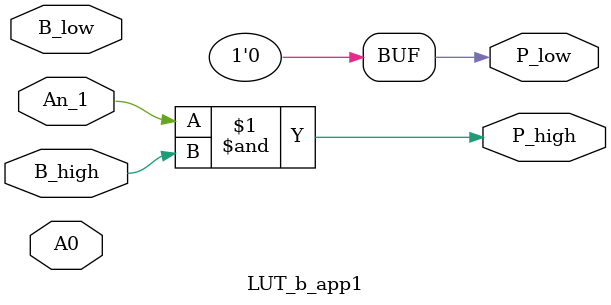
<source format=v>
`timescale 1ns/1ns
module LUT_b_app1(
    input           A0          ,
    input           B_low       ,
    input           An_1        ,
    input           B_high      ,
    output          P_high      ,
    output          P_low       //             
);

	assign P_high = An_1 & B_high;
	assign P_low = 1'b0;

endmodule // LUT_b_app1


</source>
